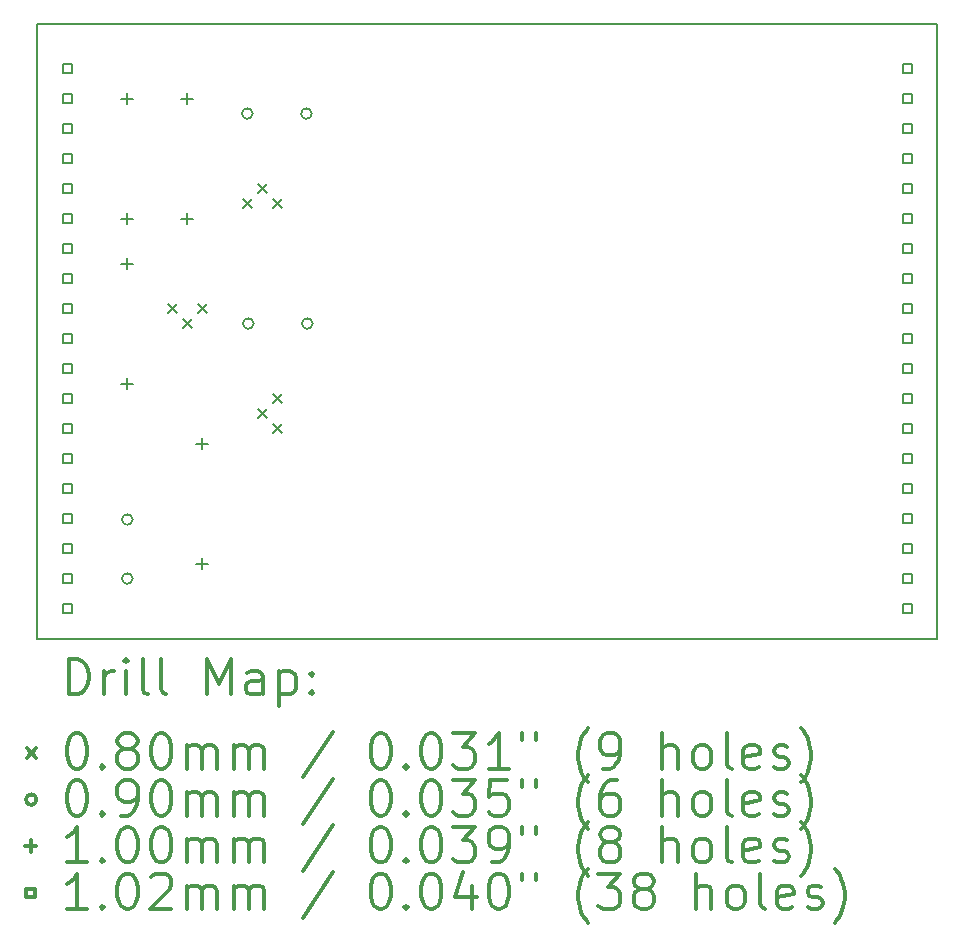
<source format=gbr>
%FSLAX45Y45*%
G04 Gerber Fmt 4.5, Leading zero omitted, Abs format (unit mm)*
G04 Created by KiCad (PCBNEW 4.0.3+e1-6302~38~ubuntu16.04.1-stable) date Thu Aug 25 11:35:09 2016*
%MOMM*%
%LPD*%
G01*
G04 APERTURE LIST*
%ADD10C,0.127000*%
%ADD11C,0.150000*%
%ADD12C,0.200000*%
%ADD13C,0.300000*%
G04 APERTURE END LIST*
D10*
D11*
X13462000Y-11811000D02*
X12192000Y-11811000D01*
X13462000Y-6604000D02*
X13462000Y-11811000D01*
X5842000Y-6604000D02*
X13462000Y-6604000D01*
X5842000Y-11811000D02*
X12192000Y-11811000D01*
X5842000Y-6604000D02*
X5842000Y-11811000D01*
D12*
X6945000Y-8977000D02*
X7025000Y-9057000D01*
X7025000Y-8977000D02*
X6945000Y-9057000D01*
X7072000Y-9104000D02*
X7152000Y-9184000D01*
X7152000Y-9104000D02*
X7072000Y-9184000D01*
X7199000Y-8977000D02*
X7279000Y-9057000D01*
X7279000Y-8977000D02*
X7199000Y-9057000D01*
X7580000Y-8088000D02*
X7660000Y-8168000D01*
X7660000Y-8088000D02*
X7580000Y-8168000D01*
X7707000Y-7961000D02*
X7787000Y-8041000D01*
X7787000Y-7961000D02*
X7707000Y-8041000D01*
X7707000Y-9866000D02*
X7787000Y-9946000D01*
X7787000Y-9866000D02*
X7707000Y-9946000D01*
X7834000Y-8088000D02*
X7914000Y-8168000D01*
X7914000Y-8088000D02*
X7834000Y-8168000D01*
X7834000Y-9739000D02*
X7914000Y-9819000D01*
X7914000Y-9739000D02*
X7834000Y-9819000D01*
X7834000Y-9993000D02*
X7914000Y-10073000D01*
X7914000Y-9993000D02*
X7834000Y-10073000D01*
X6649000Y-10803000D02*
G75*
G03X6649000Y-10803000I-45000J0D01*
G01*
X6649000Y-11303000D02*
G75*
G03X6649000Y-11303000I-45000J0D01*
G01*
X7665000Y-7366000D02*
G75*
G03X7665000Y-7366000I-45000J0D01*
G01*
X7673000Y-9144000D02*
G75*
G03X7673000Y-9144000I-45000J0D01*
G01*
X8165000Y-7366000D02*
G75*
G03X8165000Y-7366000I-45000J0D01*
G01*
X8173000Y-9144000D02*
G75*
G03X8173000Y-9144000I-45000J0D01*
G01*
X6604000Y-7188962D02*
X6604000Y-7289038D01*
X6553962Y-7239000D02*
X6654038Y-7239000D01*
X6604000Y-8204962D02*
X6604000Y-8305038D01*
X6553962Y-8255000D02*
X6654038Y-8255000D01*
X6604000Y-8585962D02*
X6604000Y-8686038D01*
X6553962Y-8636000D02*
X6654038Y-8636000D01*
X6604000Y-9601962D02*
X6604000Y-9702038D01*
X6553962Y-9652000D02*
X6654038Y-9652000D01*
X7112000Y-7188962D02*
X7112000Y-7289038D01*
X7061962Y-7239000D02*
X7162038Y-7239000D01*
X7112000Y-8204962D02*
X7112000Y-8305038D01*
X7061962Y-8255000D02*
X7162038Y-8255000D01*
X7239000Y-10109962D02*
X7239000Y-10210038D01*
X7188962Y-10160000D02*
X7289038Y-10160000D01*
X7239000Y-11125962D02*
X7239000Y-11226038D01*
X7188962Y-11176000D02*
X7289038Y-11176000D01*
X6131921Y-7020921D02*
X6131921Y-6949079D01*
X6060079Y-6949079D01*
X6060079Y-7020921D01*
X6131921Y-7020921D01*
X6131921Y-7274921D02*
X6131921Y-7203079D01*
X6060079Y-7203079D01*
X6060079Y-7274921D01*
X6131921Y-7274921D01*
X6131921Y-7528921D02*
X6131921Y-7457079D01*
X6060079Y-7457079D01*
X6060079Y-7528921D01*
X6131921Y-7528921D01*
X6131921Y-7782921D02*
X6131921Y-7711079D01*
X6060079Y-7711079D01*
X6060079Y-7782921D01*
X6131921Y-7782921D01*
X6131921Y-8036921D02*
X6131921Y-7965079D01*
X6060079Y-7965079D01*
X6060079Y-8036921D01*
X6131921Y-8036921D01*
X6131921Y-8290921D02*
X6131921Y-8219079D01*
X6060079Y-8219079D01*
X6060079Y-8290921D01*
X6131921Y-8290921D01*
X6131921Y-8544921D02*
X6131921Y-8473079D01*
X6060079Y-8473079D01*
X6060079Y-8544921D01*
X6131921Y-8544921D01*
X6131921Y-8798921D02*
X6131921Y-8727079D01*
X6060079Y-8727079D01*
X6060079Y-8798921D01*
X6131921Y-8798921D01*
X6131921Y-9052921D02*
X6131921Y-8981079D01*
X6060079Y-8981079D01*
X6060079Y-9052921D01*
X6131921Y-9052921D01*
X6131921Y-9306921D02*
X6131921Y-9235079D01*
X6060079Y-9235079D01*
X6060079Y-9306921D01*
X6131921Y-9306921D01*
X6131921Y-9560921D02*
X6131921Y-9489079D01*
X6060079Y-9489079D01*
X6060079Y-9560921D01*
X6131921Y-9560921D01*
X6131921Y-9814921D02*
X6131921Y-9743079D01*
X6060079Y-9743079D01*
X6060079Y-9814921D01*
X6131921Y-9814921D01*
X6131921Y-10068921D02*
X6131921Y-9997079D01*
X6060079Y-9997079D01*
X6060079Y-10068921D01*
X6131921Y-10068921D01*
X6131921Y-10322921D02*
X6131921Y-10251079D01*
X6060079Y-10251079D01*
X6060079Y-10322921D01*
X6131921Y-10322921D01*
X6131921Y-10576921D02*
X6131921Y-10505079D01*
X6060079Y-10505079D01*
X6060079Y-10576921D01*
X6131921Y-10576921D01*
X6131921Y-10830921D02*
X6131921Y-10759079D01*
X6060079Y-10759079D01*
X6060079Y-10830921D01*
X6131921Y-10830921D01*
X6131921Y-11084921D02*
X6131921Y-11013079D01*
X6060079Y-11013079D01*
X6060079Y-11084921D01*
X6131921Y-11084921D01*
X6131921Y-11338921D02*
X6131921Y-11267079D01*
X6060079Y-11267079D01*
X6060079Y-11338921D01*
X6131921Y-11338921D01*
X6131921Y-11592921D02*
X6131921Y-11521079D01*
X6060079Y-11521079D01*
X6060079Y-11592921D01*
X6131921Y-11592921D01*
X13243921Y-7020921D02*
X13243921Y-6949079D01*
X13172079Y-6949079D01*
X13172079Y-7020921D01*
X13243921Y-7020921D01*
X13243921Y-7274921D02*
X13243921Y-7203079D01*
X13172079Y-7203079D01*
X13172079Y-7274921D01*
X13243921Y-7274921D01*
X13243921Y-7528921D02*
X13243921Y-7457079D01*
X13172079Y-7457079D01*
X13172079Y-7528921D01*
X13243921Y-7528921D01*
X13243921Y-7782921D02*
X13243921Y-7711079D01*
X13172079Y-7711079D01*
X13172079Y-7782921D01*
X13243921Y-7782921D01*
X13243921Y-8036921D02*
X13243921Y-7965079D01*
X13172079Y-7965079D01*
X13172079Y-8036921D01*
X13243921Y-8036921D01*
X13243921Y-8290921D02*
X13243921Y-8219079D01*
X13172079Y-8219079D01*
X13172079Y-8290921D01*
X13243921Y-8290921D01*
X13243921Y-8544921D02*
X13243921Y-8473079D01*
X13172079Y-8473079D01*
X13172079Y-8544921D01*
X13243921Y-8544921D01*
X13243921Y-8798921D02*
X13243921Y-8727079D01*
X13172079Y-8727079D01*
X13172079Y-8798921D01*
X13243921Y-8798921D01*
X13243921Y-9052921D02*
X13243921Y-8981079D01*
X13172079Y-8981079D01*
X13172079Y-9052921D01*
X13243921Y-9052921D01*
X13243921Y-9306921D02*
X13243921Y-9235079D01*
X13172079Y-9235079D01*
X13172079Y-9306921D01*
X13243921Y-9306921D01*
X13243921Y-9560921D02*
X13243921Y-9489079D01*
X13172079Y-9489079D01*
X13172079Y-9560921D01*
X13243921Y-9560921D01*
X13243921Y-9814921D02*
X13243921Y-9743079D01*
X13172079Y-9743079D01*
X13172079Y-9814921D01*
X13243921Y-9814921D01*
X13243921Y-10068921D02*
X13243921Y-9997079D01*
X13172079Y-9997079D01*
X13172079Y-10068921D01*
X13243921Y-10068921D01*
X13243921Y-10322921D02*
X13243921Y-10251079D01*
X13172079Y-10251079D01*
X13172079Y-10322921D01*
X13243921Y-10322921D01*
X13243921Y-10576921D02*
X13243921Y-10505079D01*
X13172079Y-10505079D01*
X13172079Y-10576921D01*
X13243921Y-10576921D01*
X13243921Y-10830921D02*
X13243921Y-10759079D01*
X13172079Y-10759079D01*
X13172079Y-10830921D01*
X13243921Y-10830921D01*
X13243921Y-11084921D02*
X13243921Y-11013079D01*
X13172079Y-11013079D01*
X13172079Y-11084921D01*
X13243921Y-11084921D01*
X13243921Y-11338921D02*
X13243921Y-11267079D01*
X13172079Y-11267079D01*
X13172079Y-11338921D01*
X13243921Y-11338921D01*
X13243921Y-11592921D02*
X13243921Y-11521079D01*
X13172079Y-11521079D01*
X13172079Y-11592921D01*
X13243921Y-11592921D01*
D13*
X6105928Y-12284214D02*
X6105928Y-11984214D01*
X6177357Y-11984214D01*
X6220214Y-11998500D01*
X6248786Y-12027071D01*
X6263071Y-12055643D01*
X6277357Y-12112786D01*
X6277357Y-12155643D01*
X6263071Y-12212786D01*
X6248786Y-12241357D01*
X6220214Y-12269929D01*
X6177357Y-12284214D01*
X6105928Y-12284214D01*
X6405928Y-12284214D02*
X6405928Y-12084214D01*
X6405928Y-12141357D02*
X6420214Y-12112786D01*
X6434500Y-12098500D01*
X6463071Y-12084214D01*
X6491643Y-12084214D01*
X6591643Y-12284214D02*
X6591643Y-12084214D01*
X6591643Y-11984214D02*
X6577357Y-11998500D01*
X6591643Y-12012786D01*
X6605928Y-11998500D01*
X6591643Y-11984214D01*
X6591643Y-12012786D01*
X6777357Y-12284214D02*
X6748786Y-12269929D01*
X6734500Y-12241357D01*
X6734500Y-11984214D01*
X6934500Y-12284214D02*
X6905928Y-12269929D01*
X6891643Y-12241357D01*
X6891643Y-11984214D01*
X7277357Y-12284214D02*
X7277357Y-11984214D01*
X7377357Y-12198500D01*
X7477357Y-11984214D01*
X7477357Y-12284214D01*
X7748786Y-12284214D02*
X7748786Y-12127071D01*
X7734500Y-12098500D01*
X7705928Y-12084214D01*
X7648786Y-12084214D01*
X7620214Y-12098500D01*
X7748786Y-12269929D02*
X7720214Y-12284214D01*
X7648786Y-12284214D01*
X7620214Y-12269929D01*
X7605928Y-12241357D01*
X7605928Y-12212786D01*
X7620214Y-12184214D01*
X7648786Y-12169929D01*
X7720214Y-12169929D01*
X7748786Y-12155643D01*
X7891643Y-12084214D02*
X7891643Y-12384214D01*
X7891643Y-12098500D02*
X7920214Y-12084214D01*
X7977357Y-12084214D01*
X8005928Y-12098500D01*
X8020214Y-12112786D01*
X8034500Y-12141357D01*
X8034500Y-12227071D01*
X8020214Y-12255643D01*
X8005928Y-12269929D01*
X7977357Y-12284214D01*
X7920214Y-12284214D01*
X7891643Y-12269929D01*
X8163071Y-12255643D02*
X8177357Y-12269929D01*
X8163071Y-12284214D01*
X8148786Y-12269929D01*
X8163071Y-12255643D01*
X8163071Y-12284214D01*
X8163071Y-12098500D02*
X8177357Y-12112786D01*
X8163071Y-12127071D01*
X8148786Y-12112786D01*
X8163071Y-12098500D01*
X8163071Y-12127071D01*
X5754500Y-12738500D02*
X5834500Y-12818500D01*
X5834500Y-12738500D02*
X5754500Y-12818500D01*
X6163071Y-12614214D02*
X6191643Y-12614214D01*
X6220214Y-12628500D01*
X6234500Y-12642786D01*
X6248786Y-12671357D01*
X6263071Y-12728500D01*
X6263071Y-12799929D01*
X6248786Y-12857071D01*
X6234500Y-12885643D01*
X6220214Y-12899929D01*
X6191643Y-12914214D01*
X6163071Y-12914214D01*
X6134500Y-12899929D01*
X6120214Y-12885643D01*
X6105928Y-12857071D01*
X6091643Y-12799929D01*
X6091643Y-12728500D01*
X6105928Y-12671357D01*
X6120214Y-12642786D01*
X6134500Y-12628500D01*
X6163071Y-12614214D01*
X6391643Y-12885643D02*
X6405928Y-12899929D01*
X6391643Y-12914214D01*
X6377357Y-12899929D01*
X6391643Y-12885643D01*
X6391643Y-12914214D01*
X6577357Y-12742786D02*
X6548786Y-12728500D01*
X6534500Y-12714214D01*
X6520214Y-12685643D01*
X6520214Y-12671357D01*
X6534500Y-12642786D01*
X6548786Y-12628500D01*
X6577357Y-12614214D01*
X6634500Y-12614214D01*
X6663071Y-12628500D01*
X6677357Y-12642786D01*
X6691643Y-12671357D01*
X6691643Y-12685643D01*
X6677357Y-12714214D01*
X6663071Y-12728500D01*
X6634500Y-12742786D01*
X6577357Y-12742786D01*
X6548786Y-12757071D01*
X6534500Y-12771357D01*
X6520214Y-12799929D01*
X6520214Y-12857071D01*
X6534500Y-12885643D01*
X6548786Y-12899929D01*
X6577357Y-12914214D01*
X6634500Y-12914214D01*
X6663071Y-12899929D01*
X6677357Y-12885643D01*
X6691643Y-12857071D01*
X6691643Y-12799929D01*
X6677357Y-12771357D01*
X6663071Y-12757071D01*
X6634500Y-12742786D01*
X6877357Y-12614214D02*
X6905928Y-12614214D01*
X6934500Y-12628500D01*
X6948786Y-12642786D01*
X6963071Y-12671357D01*
X6977357Y-12728500D01*
X6977357Y-12799929D01*
X6963071Y-12857071D01*
X6948786Y-12885643D01*
X6934500Y-12899929D01*
X6905928Y-12914214D01*
X6877357Y-12914214D01*
X6848786Y-12899929D01*
X6834500Y-12885643D01*
X6820214Y-12857071D01*
X6805928Y-12799929D01*
X6805928Y-12728500D01*
X6820214Y-12671357D01*
X6834500Y-12642786D01*
X6848786Y-12628500D01*
X6877357Y-12614214D01*
X7105928Y-12914214D02*
X7105928Y-12714214D01*
X7105928Y-12742786D02*
X7120214Y-12728500D01*
X7148786Y-12714214D01*
X7191643Y-12714214D01*
X7220214Y-12728500D01*
X7234500Y-12757071D01*
X7234500Y-12914214D01*
X7234500Y-12757071D02*
X7248786Y-12728500D01*
X7277357Y-12714214D01*
X7320214Y-12714214D01*
X7348786Y-12728500D01*
X7363071Y-12757071D01*
X7363071Y-12914214D01*
X7505928Y-12914214D02*
X7505928Y-12714214D01*
X7505928Y-12742786D02*
X7520214Y-12728500D01*
X7548786Y-12714214D01*
X7591643Y-12714214D01*
X7620214Y-12728500D01*
X7634500Y-12757071D01*
X7634500Y-12914214D01*
X7634500Y-12757071D02*
X7648786Y-12728500D01*
X7677357Y-12714214D01*
X7720214Y-12714214D01*
X7748786Y-12728500D01*
X7763071Y-12757071D01*
X7763071Y-12914214D01*
X8348786Y-12599929D02*
X8091643Y-12985643D01*
X8734500Y-12614214D02*
X8763071Y-12614214D01*
X8791643Y-12628500D01*
X8805928Y-12642786D01*
X8820214Y-12671357D01*
X8834500Y-12728500D01*
X8834500Y-12799929D01*
X8820214Y-12857071D01*
X8805928Y-12885643D01*
X8791643Y-12899929D01*
X8763071Y-12914214D01*
X8734500Y-12914214D01*
X8705928Y-12899929D01*
X8691643Y-12885643D01*
X8677357Y-12857071D01*
X8663071Y-12799929D01*
X8663071Y-12728500D01*
X8677357Y-12671357D01*
X8691643Y-12642786D01*
X8705928Y-12628500D01*
X8734500Y-12614214D01*
X8963071Y-12885643D02*
X8977357Y-12899929D01*
X8963071Y-12914214D01*
X8948786Y-12899929D01*
X8963071Y-12885643D01*
X8963071Y-12914214D01*
X9163071Y-12614214D02*
X9191643Y-12614214D01*
X9220214Y-12628500D01*
X9234500Y-12642786D01*
X9248786Y-12671357D01*
X9263071Y-12728500D01*
X9263071Y-12799929D01*
X9248786Y-12857071D01*
X9234500Y-12885643D01*
X9220214Y-12899929D01*
X9191643Y-12914214D01*
X9163071Y-12914214D01*
X9134500Y-12899929D01*
X9120214Y-12885643D01*
X9105928Y-12857071D01*
X9091643Y-12799929D01*
X9091643Y-12728500D01*
X9105928Y-12671357D01*
X9120214Y-12642786D01*
X9134500Y-12628500D01*
X9163071Y-12614214D01*
X9363071Y-12614214D02*
X9548786Y-12614214D01*
X9448786Y-12728500D01*
X9491643Y-12728500D01*
X9520214Y-12742786D01*
X9534500Y-12757071D01*
X9548786Y-12785643D01*
X9548786Y-12857071D01*
X9534500Y-12885643D01*
X9520214Y-12899929D01*
X9491643Y-12914214D01*
X9405928Y-12914214D01*
X9377357Y-12899929D01*
X9363071Y-12885643D01*
X9834500Y-12914214D02*
X9663071Y-12914214D01*
X9748786Y-12914214D02*
X9748786Y-12614214D01*
X9720214Y-12657071D01*
X9691643Y-12685643D01*
X9663071Y-12699929D01*
X9948786Y-12614214D02*
X9948786Y-12671357D01*
X10063071Y-12614214D02*
X10063071Y-12671357D01*
X10505928Y-13028500D02*
X10491643Y-13014214D01*
X10463071Y-12971357D01*
X10448786Y-12942786D01*
X10434500Y-12899929D01*
X10420214Y-12828500D01*
X10420214Y-12771357D01*
X10434500Y-12699929D01*
X10448786Y-12657071D01*
X10463071Y-12628500D01*
X10491643Y-12585643D01*
X10505928Y-12571357D01*
X10634500Y-12914214D02*
X10691643Y-12914214D01*
X10720214Y-12899929D01*
X10734500Y-12885643D01*
X10763071Y-12842786D01*
X10777357Y-12785643D01*
X10777357Y-12671357D01*
X10763071Y-12642786D01*
X10748786Y-12628500D01*
X10720214Y-12614214D01*
X10663071Y-12614214D01*
X10634500Y-12628500D01*
X10620214Y-12642786D01*
X10605928Y-12671357D01*
X10605928Y-12742786D01*
X10620214Y-12771357D01*
X10634500Y-12785643D01*
X10663071Y-12799929D01*
X10720214Y-12799929D01*
X10748786Y-12785643D01*
X10763071Y-12771357D01*
X10777357Y-12742786D01*
X11134500Y-12914214D02*
X11134500Y-12614214D01*
X11263071Y-12914214D02*
X11263071Y-12757071D01*
X11248785Y-12728500D01*
X11220214Y-12714214D01*
X11177357Y-12714214D01*
X11148786Y-12728500D01*
X11134500Y-12742786D01*
X11448785Y-12914214D02*
X11420214Y-12899929D01*
X11405928Y-12885643D01*
X11391643Y-12857071D01*
X11391643Y-12771357D01*
X11405928Y-12742786D01*
X11420214Y-12728500D01*
X11448785Y-12714214D01*
X11491643Y-12714214D01*
X11520214Y-12728500D01*
X11534500Y-12742786D01*
X11548785Y-12771357D01*
X11548785Y-12857071D01*
X11534500Y-12885643D01*
X11520214Y-12899929D01*
X11491643Y-12914214D01*
X11448785Y-12914214D01*
X11720214Y-12914214D02*
X11691643Y-12899929D01*
X11677357Y-12871357D01*
X11677357Y-12614214D01*
X11948786Y-12899929D02*
X11920214Y-12914214D01*
X11863071Y-12914214D01*
X11834500Y-12899929D01*
X11820214Y-12871357D01*
X11820214Y-12757071D01*
X11834500Y-12728500D01*
X11863071Y-12714214D01*
X11920214Y-12714214D01*
X11948786Y-12728500D01*
X11963071Y-12757071D01*
X11963071Y-12785643D01*
X11820214Y-12814214D01*
X12077357Y-12899929D02*
X12105928Y-12914214D01*
X12163071Y-12914214D01*
X12191643Y-12899929D01*
X12205928Y-12871357D01*
X12205928Y-12857071D01*
X12191643Y-12828500D01*
X12163071Y-12814214D01*
X12120214Y-12814214D01*
X12091643Y-12799929D01*
X12077357Y-12771357D01*
X12077357Y-12757071D01*
X12091643Y-12728500D01*
X12120214Y-12714214D01*
X12163071Y-12714214D01*
X12191643Y-12728500D01*
X12305928Y-13028500D02*
X12320214Y-13014214D01*
X12348786Y-12971357D01*
X12363071Y-12942786D01*
X12377357Y-12899929D01*
X12391643Y-12828500D01*
X12391643Y-12771357D01*
X12377357Y-12699929D01*
X12363071Y-12657071D01*
X12348786Y-12628500D01*
X12320214Y-12585643D01*
X12305928Y-12571357D01*
X5834500Y-13174500D02*
G75*
G03X5834500Y-13174500I-45000J0D01*
G01*
X6163071Y-13010214D02*
X6191643Y-13010214D01*
X6220214Y-13024500D01*
X6234500Y-13038786D01*
X6248786Y-13067357D01*
X6263071Y-13124500D01*
X6263071Y-13195929D01*
X6248786Y-13253071D01*
X6234500Y-13281643D01*
X6220214Y-13295929D01*
X6191643Y-13310214D01*
X6163071Y-13310214D01*
X6134500Y-13295929D01*
X6120214Y-13281643D01*
X6105928Y-13253071D01*
X6091643Y-13195929D01*
X6091643Y-13124500D01*
X6105928Y-13067357D01*
X6120214Y-13038786D01*
X6134500Y-13024500D01*
X6163071Y-13010214D01*
X6391643Y-13281643D02*
X6405928Y-13295929D01*
X6391643Y-13310214D01*
X6377357Y-13295929D01*
X6391643Y-13281643D01*
X6391643Y-13310214D01*
X6548786Y-13310214D02*
X6605928Y-13310214D01*
X6634500Y-13295929D01*
X6648786Y-13281643D01*
X6677357Y-13238786D01*
X6691643Y-13181643D01*
X6691643Y-13067357D01*
X6677357Y-13038786D01*
X6663071Y-13024500D01*
X6634500Y-13010214D01*
X6577357Y-13010214D01*
X6548786Y-13024500D01*
X6534500Y-13038786D01*
X6520214Y-13067357D01*
X6520214Y-13138786D01*
X6534500Y-13167357D01*
X6548786Y-13181643D01*
X6577357Y-13195929D01*
X6634500Y-13195929D01*
X6663071Y-13181643D01*
X6677357Y-13167357D01*
X6691643Y-13138786D01*
X6877357Y-13010214D02*
X6905928Y-13010214D01*
X6934500Y-13024500D01*
X6948786Y-13038786D01*
X6963071Y-13067357D01*
X6977357Y-13124500D01*
X6977357Y-13195929D01*
X6963071Y-13253071D01*
X6948786Y-13281643D01*
X6934500Y-13295929D01*
X6905928Y-13310214D01*
X6877357Y-13310214D01*
X6848786Y-13295929D01*
X6834500Y-13281643D01*
X6820214Y-13253071D01*
X6805928Y-13195929D01*
X6805928Y-13124500D01*
X6820214Y-13067357D01*
X6834500Y-13038786D01*
X6848786Y-13024500D01*
X6877357Y-13010214D01*
X7105928Y-13310214D02*
X7105928Y-13110214D01*
X7105928Y-13138786D02*
X7120214Y-13124500D01*
X7148786Y-13110214D01*
X7191643Y-13110214D01*
X7220214Y-13124500D01*
X7234500Y-13153071D01*
X7234500Y-13310214D01*
X7234500Y-13153071D02*
X7248786Y-13124500D01*
X7277357Y-13110214D01*
X7320214Y-13110214D01*
X7348786Y-13124500D01*
X7363071Y-13153071D01*
X7363071Y-13310214D01*
X7505928Y-13310214D02*
X7505928Y-13110214D01*
X7505928Y-13138786D02*
X7520214Y-13124500D01*
X7548786Y-13110214D01*
X7591643Y-13110214D01*
X7620214Y-13124500D01*
X7634500Y-13153071D01*
X7634500Y-13310214D01*
X7634500Y-13153071D02*
X7648786Y-13124500D01*
X7677357Y-13110214D01*
X7720214Y-13110214D01*
X7748786Y-13124500D01*
X7763071Y-13153071D01*
X7763071Y-13310214D01*
X8348786Y-12995929D02*
X8091643Y-13381643D01*
X8734500Y-13010214D02*
X8763071Y-13010214D01*
X8791643Y-13024500D01*
X8805928Y-13038786D01*
X8820214Y-13067357D01*
X8834500Y-13124500D01*
X8834500Y-13195929D01*
X8820214Y-13253071D01*
X8805928Y-13281643D01*
X8791643Y-13295929D01*
X8763071Y-13310214D01*
X8734500Y-13310214D01*
X8705928Y-13295929D01*
X8691643Y-13281643D01*
X8677357Y-13253071D01*
X8663071Y-13195929D01*
X8663071Y-13124500D01*
X8677357Y-13067357D01*
X8691643Y-13038786D01*
X8705928Y-13024500D01*
X8734500Y-13010214D01*
X8963071Y-13281643D02*
X8977357Y-13295929D01*
X8963071Y-13310214D01*
X8948786Y-13295929D01*
X8963071Y-13281643D01*
X8963071Y-13310214D01*
X9163071Y-13010214D02*
X9191643Y-13010214D01*
X9220214Y-13024500D01*
X9234500Y-13038786D01*
X9248786Y-13067357D01*
X9263071Y-13124500D01*
X9263071Y-13195929D01*
X9248786Y-13253071D01*
X9234500Y-13281643D01*
X9220214Y-13295929D01*
X9191643Y-13310214D01*
X9163071Y-13310214D01*
X9134500Y-13295929D01*
X9120214Y-13281643D01*
X9105928Y-13253071D01*
X9091643Y-13195929D01*
X9091643Y-13124500D01*
X9105928Y-13067357D01*
X9120214Y-13038786D01*
X9134500Y-13024500D01*
X9163071Y-13010214D01*
X9363071Y-13010214D02*
X9548786Y-13010214D01*
X9448786Y-13124500D01*
X9491643Y-13124500D01*
X9520214Y-13138786D01*
X9534500Y-13153071D01*
X9548786Y-13181643D01*
X9548786Y-13253071D01*
X9534500Y-13281643D01*
X9520214Y-13295929D01*
X9491643Y-13310214D01*
X9405928Y-13310214D01*
X9377357Y-13295929D01*
X9363071Y-13281643D01*
X9820214Y-13010214D02*
X9677357Y-13010214D01*
X9663071Y-13153071D01*
X9677357Y-13138786D01*
X9705928Y-13124500D01*
X9777357Y-13124500D01*
X9805928Y-13138786D01*
X9820214Y-13153071D01*
X9834500Y-13181643D01*
X9834500Y-13253071D01*
X9820214Y-13281643D01*
X9805928Y-13295929D01*
X9777357Y-13310214D01*
X9705928Y-13310214D01*
X9677357Y-13295929D01*
X9663071Y-13281643D01*
X9948786Y-13010214D02*
X9948786Y-13067357D01*
X10063071Y-13010214D02*
X10063071Y-13067357D01*
X10505928Y-13424500D02*
X10491643Y-13410214D01*
X10463071Y-13367357D01*
X10448786Y-13338786D01*
X10434500Y-13295929D01*
X10420214Y-13224500D01*
X10420214Y-13167357D01*
X10434500Y-13095929D01*
X10448786Y-13053071D01*
X10463071Y-13024500D01*
X10491643Y-12981643D01*
X10505928Y-12967357D01*
X10748786Y-13010214D02*
X10691643Y-13010214D01*
X10663071Y-13024500D01*
X10648786Y-13038786D01*
X10620214Y-13081643D01*
X10605928Y-13138786D01*
X10605928Y-13253071D01*
X10620214Y-13281643D01*
X10634500Y-13295929D01*
X10663071Y-13310214D01*
X10720214Y-13310214D01*
X10748786Y-13295929D01*
X10763071Y-13281643D01*
X10777357Y-13253071D01*
X10777357Y-13181643D01*
X10763071Y-13153071D01*
X10748786Y-13138786D01*
X10720214Y-13124500D01*
X10663071Y-13124500D01*
X10634500Y-13138786D01*
X10620214Y-13153071D01*
X10605928Y-13181643D01*
X11134500Y-13310214D02*
X11134500Y-13010214D01*
X11263071Y-13310214D02*
X11263071Y-13153071D01*
X11248785Y-13124500D01*
X11220214Y-13110214D01*
X11177357Y-13110214D01*
X11148786Y-13124500D01*
X11134500Y-13138786D01*
X11448785Y-13310214D02*
X11420214Y-13295929D01*
X11405928Y-13281643D01*
X11391643Y-13253071D01*
X11391643Y-13167357D01*
X11405928Y-13138786D01*
X11420214Y-13124500D01*
X11448785Y-13110214D01*
X11491643Y-13110214D01*
X11520214Y-13124500D01*
X11534500Y-13138786D01*
X11548785Y-13167357D01*
X11548785Y-13253071D01*
X11534500Y-13281643D01*
X11520214Y-13295929D01*
X11491643Y-13310214D01*
X11448785Y-13310214D01*
X11720214Y-13310214D02*
X11691643Y-13295929D01*
X11677357Y-13267357D01*
X11677357Y-13010214D01*
X11948786Y-13295929D02*
X11920214Y-13310214D01*
X11863071Y-13310214D01*
X11834500Y-13295929D01*
X11820214Y-13267357D01*
X11820214Y-13153071D01*
X11834500Y-13124500D01*
X11863071Y-13110214D01*
X11920214Y-13110214D01*
X11948786Y-13124500D01*
X11963071Y-13153071D01*
X11963071Y-13181643D01*
X11820214Y-13210214D01*
X12077357Y-13295929D02*
X12105928Y-13310214D01*
X12163071Y-13310214D01*
X12191643Y-13295929D01*
X12205928Y-13267357D01*
X12205928Y-13253071D01*
X12191643Y-13224500D01*
X12163071Y-13210214D01*
X12120214Y-13210214D01*
X12091643Y-13195929D01*
X12077357Y-13167357D01*
X12077357Y-13153071D01*
X12091643Y-13124500D01*
X12120214Y-13110214D01*
X12163071Y-13110214D01*
X12191643Y-13124500D01*
X12305928Y-13424500D02*
X12320214Y-13410214D01*
X12348786Y-13367357D01*
X12363071Y-13338786D01*
X12377357Y-13295929D01*
X12391643Y-13224500D01*
X12391643Y-13167357D01*
X12377357Y-13095929D01*
X12363071Y-13053071D01*
X12348786Y-13024500D01*
X12320214Y-12981643D01*
X12305928Y-12967357D01*
X5784462Y-13520462D02*
X5784462Y-13620538D01*
X5734424Y-13570500D02*
X5834500Y-13570500D01*
X6263071Y-13706214D02*
X6091643Y-13706214D01*
X6177357Y-13706214D02*
X6177357Y-13406214D01*
X6148786Y-13449071D01*
X6120214Y-13477643D01*
X6091643Y-13491929D01*
X6391643Y-13677643D02*
X6405928Y-13691929D01*
X6391643Y-13706214D01*
X6377357Y-13691929D01*
X6391643Y-13677643D01*
X6391643Y-13706214D01*
X6591643Y-13406214D02*
X6620214Y-13406214D01*
X6648786Y-13420500D01*
X6663071Y-13434786D01*
X6677357Y-13463357D01*
X6691643Y-13520500D01*
X6691643Y-13591929D01*
X6677357Y-13649071D01*
X6663071Y-13677643D01*
X6648786Y-13691929D01*
X6620214Y-13706214D01*
X6591643Y-13706214D01*
X6563071Y-13691929D01*
X6548786Y-13677643D01*
X6534500Y-13649071D01*
X6520214Y-13591929D01*
X6520214Y-13520500D01*
X6534500Y-13463357D01*
X6548786Y-13434786D01*
X6563071Y-13420500D01*
X6591643Y-13406214D01*
X6877357Y-13406214D02*
X6905928Y-13406214D01*
X6934500Y-13420500D01*
X6948786Y-13434786D01*
X6963071Y-13463357D01*
X6977357Y-13520500D01*
X6977357Y-13591929D01*
X6963071Y-13649071D01*
X6948786Y-13677643D01*
X6934500Y-13691929D01*
X6905928Y-13706214D01*
X6877357Y-13706214D01*
X6848786Y-13691929D01*
X6834500Y-13677643D01*
X6820214Y-13649071D01*
X6805928Y-13591929D01*
X6805928Y-13520500D01*
X6820214Y-13463357D01*
X6834500Y-13434786D01*
X6848786Y-13420500D01*
X6877357Y-13406214D01*
X7105928Y-13706214D02*
X7105928Y-13506214D01*
X7105928Y-13534786D02*
X7120214Y-13520500D01*
X7148786Y-13506214D01*
X7191643Y-13506214D01*
X7220214Y-13520500D01*
X7234500Y-13549071D01*
X7234500Y-13706214D01*
X7234500Y-13549071D02*
X7248786Y-13520500D01*
X7277357Y-13506214D01*
X7320214Y-13506214D01*
X7348786Y-13520500D01*
X7363071Y-13549071D01*
X7363071Y-13706214D01*
X7505928Y-13706214D02*
X7505928Y-13506214D01*
X7505928Y-13534786D02*
X7520214Y-13520500D01*
X7548786Y-13506214D01*
X7591643Y-13506214D01*
X7620214Y-13520500D01*
X7634500Y-13549071D01*
X7634500Y-13706214D01*
X7634500Y-13549071D02*
X7648786Y-13520500D01*
X7677357Y-13506214D01*
X7720214Y-13506214D01*
X7748786Y-13520500D01*
X7763071Y-13549071D01*
X7763071Y-13706214D01*
X8348786Y-13391929D02*
X8091643Y-13777643D01*
X8734500Y-13406214D02*
X8763071Y-13406214D01*
X8791643Y-13420500D01*
X8805928Y-13434786D01*
X8820214Y-13463357D01*
X8834500Y-13520500D01*
X8834500Y-13591929D01*
X8820214Y-13649071D01*
X8805928Y-13677643D01*
X8791643Y-13691929D01*
X8763071Y-13706214D01*
X8734500Y-13706214D01*
X8705928Y-13691929D01*
X8691643Y-13677643D01*
X8677357Y-13649071D01*
X8663071Y-13591929D01*
X8663071Y-13520500D01*
X8677357Y-13463357D01*
X8691643Y-13434786D01*
X8705928Y-13420500D01*
X8734500Y-13406214D01*
X8963071Y-13677643D02*
X8977357Y-13691929D01*
X8963071Y-13706214D01*
X8948786Y-13691929D01*
X8963071Y-13677643D01*
X8963071Y-13706214D01*
X9163071Y-13406214D02*
X9191643Y-13406214D01*
X9220214Y-13420500D01*
X9234500Y-13434786D01*
X9248786Y-13463357D01*
X9263071Y-13520500D01*
X9263071Y-13591929D01*
X9248786Y-13649071D01*
X9234500Y-13677643D01*
X9220214Y-13691929D01*
X9191643Y-13706214D01*
X9163071Y-13706214D01*
X9134500Y-13691929D01*
X9120214Y-13677643D01*
X9105928Y-13649071D01*
X9091643Y-13591929D01*
X9091643Y-13520500D01*
X9105928Y-13463357D01*
X9120214Y-13434786D01*
X9134500Y-13420500D01*
X9163071Y-13406214D01*
X9363071Y-13406214D02*
X9548786Y-13406214D01*
X9448786Y-13520500D01*
X9491643Y-13520500D01*
X9520214Y-13534786D01*
X9534500Y-13549071D01*
X9548786Y-13577643D01*
X9548786Y-13649071D01*
X9534500Y-13677643D01*
X9520214Y-13691929D01*
X9491643Y-13706214D01*
X9405928Y-13706214D01*
X9377357Y-13691929D01*
X9363071Y-13677643D01*
X9691643Y-13706214D02*
X9748786Y-13706214D01*
X9777357Y-13691929D01*
X9791643Y-13677643D01*
X9820214Y-13634786D01*
X9834500Y-13577643D01*
X9834500Y-13463357D01*
X9820214Y-13434786D01*
X9805928Y-13420500D01*
X9777357Y-13406214D01*
X9720214Y-13406214D01*
X9691643Y-13420500D01*
X9677357Y-13434786D01*
X9663071Y-13463357D01*
X9663071Y-13534786D01*
X9677357Y-13563357D01*
X9691643Y-13577643D01*
X9720214Y-13591929D01*
X9777357Y-13591929D01*
X9805928Y-13577643D01*
X9820214Y-13563357D01*
X9834500Y-13534786D01*
X9948786Y-13406214D02*
X9948786Y-13463357D01*
X10063071Y-13406214D02*
X10063071Y-13463357D01*
X10505928Y-13820500D02*
X10491643Y-13806214D01*
X10463071Y-13763357D01*
X10448786Y-13734786D01*
X10434500Y-13691929D01*
X10420214Y-13620500D01*
X10420214Y-13563357D01*
X10434500Y-13491929D01*
X10448786Y-13449071D01*
X10463071Y-13420500D01*
X10491643Y-13377643D01*
X10505928Y-13363357D01*
X10663071Y-13534786D02*
X10634500Y-13520500D01*
X10620214Y-13506214D01*
X10605928Y-13477643D01*
X10605928Y-13463357D01*
X10620214Y-13434786D01*
X10634500Y-13420500D01*
X10663071Y-13406214D01*
X10720214Y-13406214D01*
X10748786Y-13420500D01*
X10763071Y-13434786D01*
X10777357Y-13463357D01*
X10777357Y-13477643D01*
X10763071Y-13506214D01*
X10748786Y-13520500D01*
X10720214Y-13534786D01*
X10663071Y-13534786D01*
X10634500Y-13549071D01*
X10620214Y-13563357D01*
X10605928Y-13591929D01*
X10605928Y-13649071D01*
X10620214Y-13677643D01*
X10634500Y-13691929D01*
X10663071Y-13706214D01*
X10720214Y-13706214D01*
X10748786Y-13691929D01*
X10763071Y-13677643D01*
X10777357Y-13649071D01*
X10777357Y-13591929D01*
X10763071Y-13563357D01*
X10748786Y-13549071D01*
X10720214Y-13534786D01*
X11134500Y-13706214D02*
X11134500Y-13406214D01*
X11263071Y-13706214D02*
X11263071Y-13549071D01*
X11248785Y-13520500D01*
X11220214Y-13506214D01*
X11177357Y-13506214D01*
X11148786Y-13520500D01*
X11134500Y-13534786D01*
X11448785Y-13706214D02*
X11420214Y-13691929D01*
X11405928Y-13677643D01*
X11391643Y-13649071D01*
X11391643Y-13563357D01*
X11405928Y-13534786D01*
X11420214Y-13520500D01*
X11448785Y-13506214D01*
X11491643Y-13506214D01*
X11520214Y-13520500D01*
X11534500Y-13534786D01*
X11548785Y-13563357D01*
X11548785Y-13649071D01*
X11534500Y-13677643D01*
X11520214Y-13691929D01*
X11491643Y-13706214D01*
X11448785Y-13706214D01*
X11720214Y-13706214D02*
X11691643Y-13691929D01*
X11677357Y-13663357D01*
X11677357Y-13406214D01*
X11948786Y-13691929D02*
X11920214Y-13706214D01*
X11863071Y-13706214D01*
X11834500Y-13691929D01*
X11820214Y-13663357D01*
X11820214Y-13549071D01*
X11834500Y-13520500D01*
X11863071Y-13506214D01*
X11920214Y-13506214D01*
X11948786Y-13520500D01*
X11963071Y-13549071D01*
X11963071Y-13577643D01*
X11820214Y-13606214D01*
X12077357Y-13691929D02*
X12105928Y-13706214D01*
X12163071Y-13706214D01*
X12191643Y-13691929D01*
X12205928Y-13663357D01*
X12205928Y-13649071D01*
X12191643Y-13620500D01*
X12163071Y-13606214D01*
X12120214Y-13606214D01*
X12091643Y-13591929D01*
X12077357Y-13563357D01*
X12077357Y-13549071D01*
X12091643Y-13520500D01*
X12120214Y-13506214D01*
X12163071Y-13506214D01*
X12191643Y-13520500D01*
X12305928Y-13820500D02*
X12320214Y-13806214D01*
X12348786Y-13763357D01*
X12363071Y-13734786D01*
X12377357Y-13691929D01*
X12391643Y-13620500D01*
X12391643Y-13563357D01*
X12377357Y-13491929D01*
X12363071Y-13449071D01*
X12348786Y-13420500D01*
X12320214Y-13377643D01*
X12305928Y-13363357D01*
X5819621Y-14002421D02*
X5819621Y-13930579D01*
X5747778Y-13930579D01*
X5747778Y-14002421D01*
X5819621Y-14002421D01*
X6263071Y-14102214D02*
X6091643Y-14102214D01*
X6177357Y-14102214D02*
X6177357Y-13802214D01*
X6148786Y-13845071D01*
X6120214Y-13873643D01*
X6091643Y-13887929D01*
X6391643Y-14073643D02*
X6405928Y-14087929D01*
X6391643Y-14102214D01*
X6377357Y-14087929D01*
X6391643Y-14073643D01*
X6391643Y-14102214D01*
X6591643Y-13802214D02*
X6620214Y-13802214D01*
X6648786Y-13816500D01*
X6663071Y-13830786D01*
X6677357Y-13859357D01*
X6691643Y-13916500D01*
X6691643Y-13987929D01*
X6677357Y-14045071D01*
X6663071Y-14073643D01*
X6648786Y-14087929D01*
X6620214Y-14102214D01*
X6591643Y-14102214D01*
X6563071Y-14087929D01*
X6548786Y-14073643D01*
X6534500Y-14045071D01*
X6520214Y-13987929D01*
X6520214Y-13916500D01*
X6534500Y-13859357D01*
X6548786Y-13830786D01*
X6563071Y-13816500D01*
X6591643Y-13802214D01*
X6805928Y-13830786D02*
X6820214Y-13816500D01*
X6848786Y-13802214D01*
X6920214Y-13802214D01*
X6948786Y-13816500D01*
X6963071Y-13830786D01*
X6977357Y-13859357D01*
X6977357Y-13887929D01*
X6963071Y-13930786D01*
X6791643Y-14102214D01*
X6977357Y-14102214D01*
X7105928Y-14102214D02*
X7105928Y-13902214D01*
X7105928Y-13930786D02*
X7120214Y-13916500D01*
X7148786Y-13902214D01*
X7191643Y-13902214D01*
X7220214Y-13916500D01*
X7234500Y-13945071D01*
X7234500Y-14102214D01*
X7234500Y-13945071D02*
X7248786Y-13916500D01*
X7277357Y-13902214D01*
X7320214Y-13902214D01*
X7348786Y-13916500D01*
X7363071Y-13945071D01*
X7363071Y-14102214D01*
X7505928Y-14102214D02*
X7505928Y-13902214D01*
X7505928Y-13930786D02*
X7520214Y-13916500D01*
X7548786Y-13902214D01*
X7591643Y-13902214D01*
X7620214Y-13916500D01*
X7634500Y-13945071D01*
X7634500Y-14102214D01*
X7634500Y-13945071D02*
X7648786Y-13916500D01*
X7677357Y-13902214D01*
X7720214Y-13902214D01*
X7748786Y-13916500D01*
X7763071Y-13945071D01*
X7763071Y-14102214D01*
X8348786Y-13787929D02*
X8091643Y-14173643D01*
X8734500Y-13802214D02*
X8763071Y-13802214D01*
X8791643Y-13816500D01*
X8805928Y-13830786D01*
X8820214Y-13859357D01*
X8834500Y-13916500D01*
X8834500Y-13987929D01*
X8820214Y-14045071D01*
X8805928Y-14073643D01*
X8791643Y-14087929D01*
X8763071Y-14102214D01*
X8734500Y-14102214D01*
X8705928Y-14087929D01*
X8691643Y-14073643D01*
X8677357Y-14045071D01*
X8663071Y-13987929D01*
X8663071Y-13916500D01*
X8677357Y-13859357D01*
X8691643Y-13830786D01*
X8705928Y-13816500D01*
X8734500Y-13802214D01*
X8963071Y-14073643D02*
X8977357Y-14087929D01*
X8963071Y-14102214D01*
X8948786Y-14087929D01*
X8963071Y-14073643D01*
X8963071Y-14102214D01*
X9163071Y-13802214D02*
X9191643Y-13802214D01*
X9220214Y-13816500D01*
X9234500Y-13830786D01*
X9248786Y-13859357D01*
X9263071Y-13916500D01*
X9263071Y-13987929D01*
X9248786Y-14045071D01*
X9234500Y-14073643D01*
X9220214Y-14087929D01*
X9191643Y-14102214D01*
X9163071Y-14102214D01*
X9134500Y-14087929D01*
X9120214Y-14073643D01*
X9105928Y-14045071D01*
X9091643Y-13987929D01*
X9091643Y-13916500D01*
X9105928Y-13859357D01*
X9120214Y-13830786D01*
X9134500Y-13816500D01*
X9163071Y-13802214D01*
X9520214Y-13902214D02*
X9520214Y-14102214D01*
X9448786Y-13787929D02*
X9377357Y-14002214D01*
X9563071Y-14002214D01*
X9734500Y-13802214D02*
X9763071Y-13802214D01*
X9791643Y-13816500D01*
X9805928Y-13830786D01*
X9820214Y-13859357D01*
X9834500Y-13916500D01*
X9834500Y-13987929D01*
X9820214Y-14045071D01*
X9805928Y-14073643D01*
X9791643Y-14087929D01*
X9763071Y-14102214D01*
X9734500Y-14102214D01*
X9705928Y-14087929D01*
X9691643Y-14073643D01*
X9677357Y-14045071D01*
X9663071Y-13987929D01*
X9663071Y-13916500D01*
X9677357Y-13859357D01*
X9691643Y-13830786D01*
X9705928Y-13816500D01*
X9734500Y-13802214D01*
X9948786Y-13802214D02*
X9948786Y-13859357D01*
X10063071Y-13802214D02*
X10063071Y-13859357D01*
X10505928Y-14216500D02*
X10491643Y-14202214D01*
X10463071Y-14159357D01*
X10448786Y-14130786D01*
X10434500Y-14087929D01*
X10420214Y-14016500D01*
X10420214Y-13959357D01*
X10434500Y-13887929D01*
X10448786Y-13845071D01*
X10463071Y-13816500D01*
X10491643Y-13773643D01*
X10505928Y-13759357D01*
X10591643Y-13802214D02*
X10777357Y-13802214D01*
X10677357Y-13916500D01*
X10720214Y-13916500D01*
X10748786Y-13930786D01*
X10763071Y-13945071D01*
X10777357Y-13973643D01*
X10777357Y-14045071D01*
X10763071Y-14073643D01*
X10748786Y-14087929D01*
X10720214Y-14102214D01*
X10634500Y-14102214D01*
X10605928Y-14087929D01*
X10591643Y-14073643D01*
X10948786Y-13930786D02*
X10920214Y-13916500D01*
X10905928Y-13902214D01*
X10891643Y-13873643D01*
X10891643Y-13859357D01*
X10905928Y-13830786D01*
X10920214Y-13816500D01*
X10948786Y-13802214D01*
X11005928Y-13802214D01*
X11034500Y-13816500D01*
X11048786Y-13830786D01*
X11063071Y-13859357D01*
X11063071Y-13873643D01*
X11048786Y-13902214D01*
X11034500Y-13916500D01*
X11005928Y-13930786D01*
X10948786Y-13930786D01*
X10920214Y-13945071D01*
X10905928Y-13959357D01*
X10891643Y-13987929D01*
X10891643Y-14045071D01*
X10905928Y-14073643D01*
X10920214Y-14087929D01*
X10948786Y-14102214D01*
X11005928Y-14102214D01*
X11034500Y-14087929D01*
X11048786Y-14073643D01*
X11063071Y-14045071D01*
X11063071Y-13987929D01*
X11048786Y-13959357D01*
X11034500Y-13945071D01*
X11005928Y-13930786D01*
X11420214Y-14102214D02*
X11420214Y-13802214D01*
X11548785Y-14102214D02*
X11548785Y-13945071D01*
X11534500Y-13916500D01*
X11505928Y-13902214D01*
X11463071Y-13902214D01*
X11434500Y-13916500D01*
X11420214Y-13930786D01*
X11734500Y-14102214D02*
X11705928Y-14087929D01*
X11691643Y-14073643D01*
X11677357Y-14045071D01*
X11677357Y-13959357D01*
X11691643Y-13930786D01*
X11705928Y-13916500D01*
X11734500Y-13902214D01*
X11777357Y-13902214D01*
X11805928Y-13916500D01*
X11820214Y-13930786D01*
X11834500Y-13959357D01*
X11834500Y-14045071D01*
X11820214Y-14073643D01*
X11805928Y-14087929D01*
X11777357Y-14102214D01*
X11734500Y-14102214D01*
X12005928Y-14102214D02*
X11977357Y-14087929D01*
X11963071Y-14059357D01*
X11963071Y-13802214D01*
X12234500Y-14087929D02*
X12205928Y-14102214D01*
X12148786Y-14102214D01*
X12120214Y-14087929D01*
X12105928Y-14059357D01*
X12105928Y-13945071D01*
X12120214Y-13916500D01*
X12148786Y-13902214D01*
X12205928Y-13902214D01*
X12234500Y-13916500D01*
X12248786Y-13945071D01*
X12248786Y-13973643D01*
X12105928Y-14002214D01*
X12363071Y-14087929D02*
X12391643Y-14102214D01*
X12448786Y-14102214D01*
X12477357Y-14087929D01*
X12491643Y-14059357D01*
X12491643Y-14045071D01*
X12477357Y-14016500D01*
X12448786Y-14002214D01*
X12405928Y-14002214D01*
X12377357Y-13987929D01*
X12363071Y-13959357D01*
X12363071Y-13945071D01*
X12377357Y-13916500D01*
X12405928Y-13902214D01*
X12448786Y-13902214D01*
X12477357Y-13916500D01*
X12591643Y-14216500D02*
X12605928Y-14202214D01*
X12634500Y-14159357D01*
X12648786Y-14130786D01*
X12663071Y-14087929D01*
X12677357Y-14016500D01*
X12677357Y-13959357D01*
X12663071Y-13887929D01*
X12648786Y-13845071D01*
X12634500Y-13816500D01*
X12605928Y-13773643D01*
X12591643Y-13759357D01*
M02*

</source>
